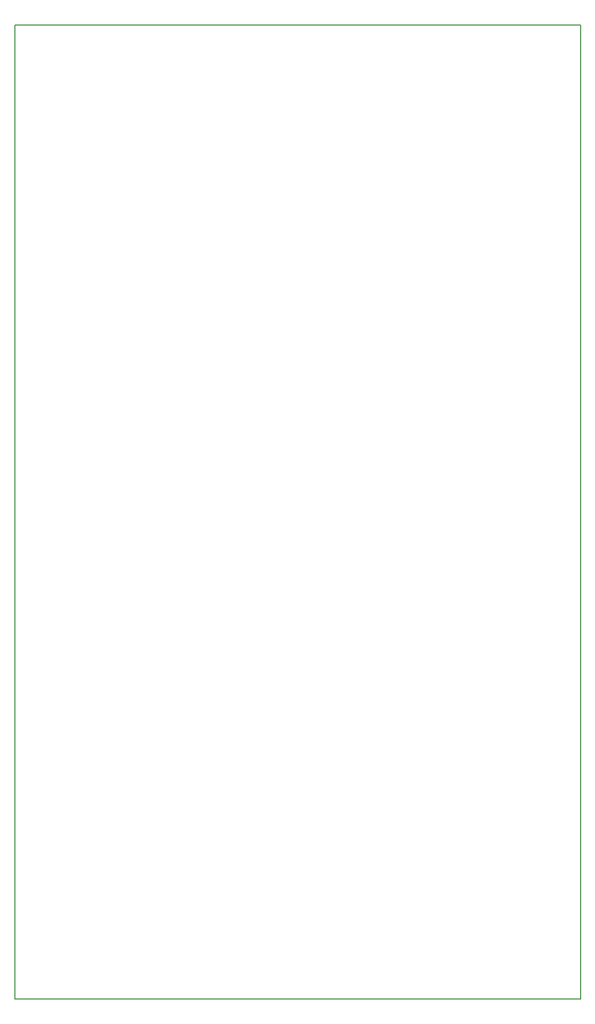
<source format=gbr>
G04 #@! TF.FileFunction,Profile,NP*
%FSLAX46Y46*%
G04 Gerber Fmt 4.6, Leading zero omitted, Abs format (unit mm)*
G04 Created by KiCad (PCBNEW 4.0.7) date Thu May  3 20:30:10 2018*
%MOMM*%
%LPD*%
G01*
G04 APERTURE LIST*
%ADD10C,0.100000*%
%ADD11C,0.150000*%
G04 APERTURE END LIST*
D10*
D11*
X135000000Y-180000000D02*
X135000000Y-25000000D01*
X45000000Y-180000000D02*
X135000000Y-180000000D01*
X45000000Y-25000000D02*
X45000000Y-180000000D01*
X135000000Y-25000000D02*
X45000000Y-25000000D01*
M02*

</source>
